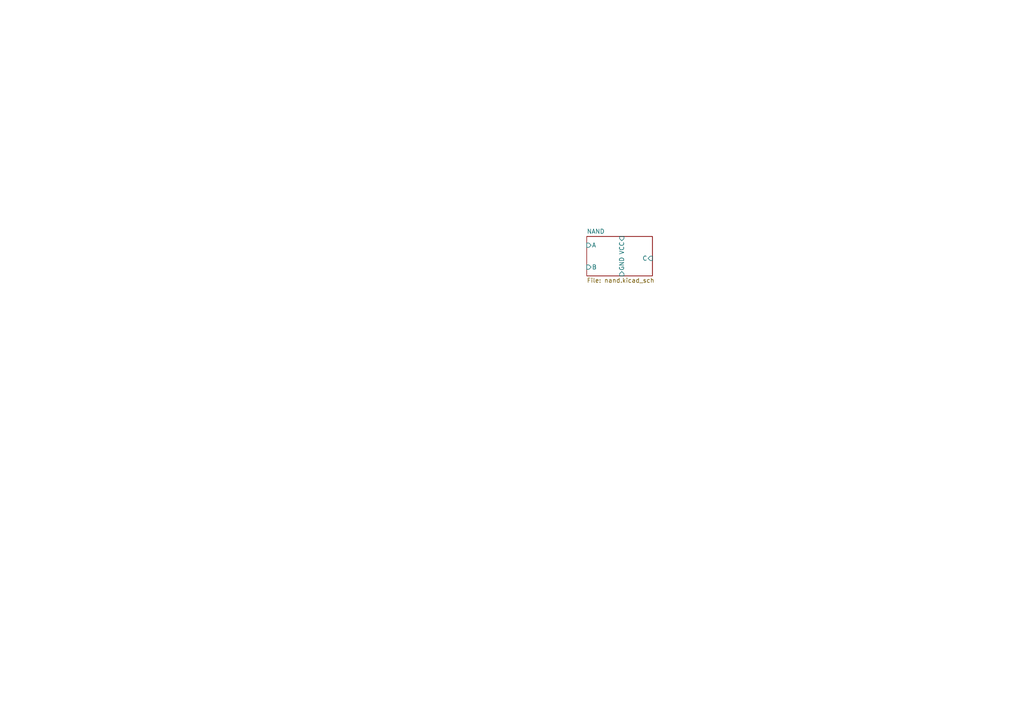
<source format=kicad_sch>
(kicad_sch (version 20230121) (generator eeschema)
  (paper "A4")
  (lib_symbols)
  (sheet (at 170.18 68.58) (size 19.05 11.43) (stroke (width 0.1524))
    (property "Sheetname" "NAND" (at 170.18 67.8684 0) (effects (justify left bottom)))
    (property "Sheetfile" "nand.kicad_sch" (at 170.18 80.5946 0) (effects (justify left top)))
    (pin "C" input (at 189.23 74.93 0))
    (pin "A" input (at 170.18 71.12 180))
    (pin "B" input (at 170.18 77.47 180))
    (pin "VCC" input (at 180.34 68.58 90))
    (pin "GND" input (at 180.34 80.01 270))
  )
)
</source>
